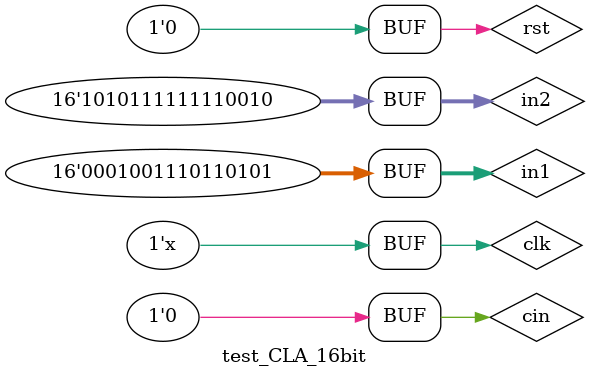
<source format=v>
`timescale 1ns / 1ps


module test_CLA_16bit;

	// Inputs
	reg clk;
	reg rst;
	reg [15:0] in1;
	reg [15:0] in2;
	reg cin;

	// Outputs
	wire [15:0] out;
	wire P;
	wire G;

	// Instantiate the Unit Under Test (UUT)
	wrapper_CLA_16bit uut (
		.clk(clk), 
		.rst(rst), 
		.in1(in1), 
		.in2(in2), 
		.cin(cin), 
		.out(out), 
		.P(P), 
		.G(G)
	);

	initial begin
		// Initialize Inputs
		clk <= 0;
		rst <= 0;
		in1 <= 0;
		in2 <= 0;
		cin <= 0;
	end
	
	always #10 clk=~clk;
	
	initial begin
		#100 rst <= 1'd0;
		in1<=16'd5045;
		in2<=16'd45042;
	end

      
endmodule


</source>
